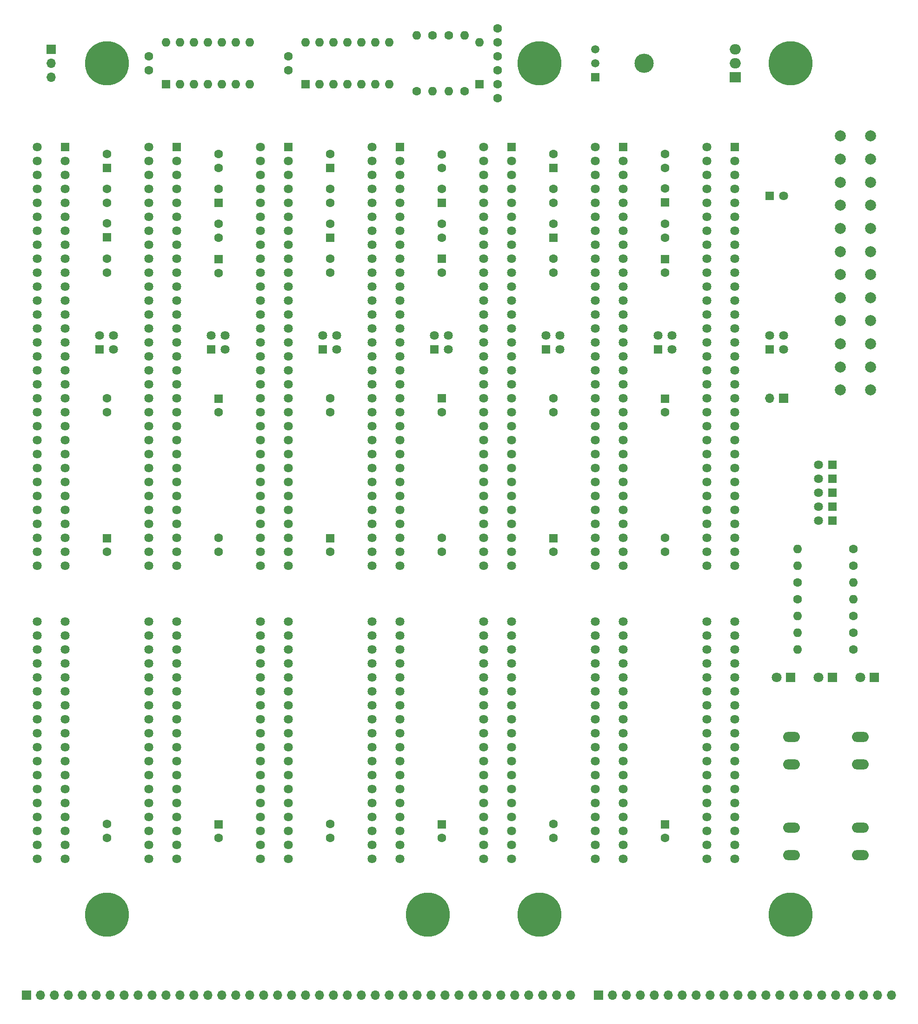
<source format=gbs>
G04 #@! TF.GenerationSoftware,KiCad,Pcbnew,7.0.7*
G04 #@! TF.CreationDate,2023-08-21T05:33:52-04:00*
G04 #@! TF.ProjectId,1 - ATX 16 bit ISA passive backplane,31202d20-4154-4582-9031-362062697420,2*
G04 #@! TF.SameCoordinates,Original*
G04 #@! TF.FileFunction,Soldermask,Bot*
G04 #@! TF.FilePolarity,Negative*
%FSLAX46Y46*%
G04 Gerber Fmt 4.6, Leading zero omitted, Abs format (unit mm)*
G04 Created by KiCad (PCBNEW 7.0.7) date 2023-08-21 05:33:52*
%MOMM*%
%LPD*%
G01*
G04 APERTURE LIST*
%ADD10R,1.635000X1.635000*%
%ADD11C,1.635000*%
%ADD12C,0.900000*%
%ADD13C,8.000000*%
%ADD14C,1.600000*%
%ADD15O,1.600000X1.600000*%
%ADD16R,1.700000X1.700000*%
%ADD17O,1.700000X1.700000*%
%ADD18R,1.600000X1.600000*%
%ADD19O,3.048000X1.850000*%
%ADD20R,1.500000X1.500000*%
%ADD21C,1.500000*%
%ADD22R,1.800000X1.800000*%
%ADD23C,1.800000*%
%ADD24C,0.001000*%
%ADD25C,2.000000*%
%ADD26O,3.500000X3.500000*%
%ADD27R,2.000000X1.905000*%
%ADD28O,2.000000X1.905000*%
G04 APERTURE END LIST*
D10*
X75553400Y-77475000D03*
D11*
X75553400Y-74935000D03*
X78093400Y-77475000D03*
X78093400Y-74935000D03*
D10*
X55233400Y-77475000D03*
D11*
X55233400Y-74935000D03*
X57773400Y-77475000D03*
X57773400Y-74935000D03*
D12*
X91383400Y-180340000D03*
X92327981Y-178059581D03*
X92327981Y-182620419D03*
X94608400Y-177115000D03*
D13*
X94608400Y-180340000D03*
D12*
X94608400Y-183565000D03*
X96888819Y-178059581D03*
X96888819Y-182620419D03*
X97833400Y-180340000D03*
D14*
X172085000Y-125984000D03*
D15*
X161925000Y-125984000D03*
D10*
X168275000Y-103505000D03*
D11*
X165735000Y-103505000D03*
D14*
X36195000Y-48260000D03*
X36195000Y-50760000D03*
D16*
X21583400Y-194945000D03*
D17*
X24123400Y-194945000D03*
X26663400Y-194945000D03*
X29203400Y-194945000D03*
X31743400Y-194945000D03*
X34283400Y-194945000D03*
X36823400Y-194945000D03*
X39363400Y-194945000D03*
X41903400Y-194945000D03*
X44443400Y-194945000D03*
X46983400Y-194945000D03*
X49523400Y-194945000D03*
X52063400Y-194945000D03*
X54603400Y-194945000D03*
X57143400Y-194945000D03*
X59683400Y-194945000D03*
X62223400Y-194945000D03*
X64763400Y-194945000D03*
X67303400Y-194945000D03*
X69843400Y-194945000D03*
X72383400Y-194945000D03*
X74923400Y-194945000D03*
X77463400Y-194945000D03*
X80003400Y-194945000D03*
X82543400Y-194945000D03*
X85083400Y-194945000D03*
X87623400Y-194945000D03*
X90163400Y-194945000D03*
X92703400Y-194945000D03*
X95243400Y-194945000D03*
X97783400Y-194945000D03*
X100323400Y-194945000D03*
X102863400Y-194945000D03*
X105403400Y-194945000D03*
X107943400Y-194945000D03*
X110483400Y-194945000D03*
X113023400Y-194945000D03*
X115563400Y-194945000D03*
X118103400Y-194945000D03*
X120643400Y-194945000D03*
D18*
X97155000Y-60960000D03*
D14*
X97155000Y-63460000D03*
X56515000Y-111780000D03*
X56515000Y-114280000D03*
D10*
X95873400Y-77475000D03*
D11*
X95873400Y-74935000D03*
X98413400Y-77475000D03*
X98413400Y-74935000D03*
D10*
X34913400Y-77475000D03*
D11*
X34913400Y-74935000D03*
X37453400Y-77475000D03*
X37453400Y-74935000D03*
D14*
X172085000Y-116840000D03*
D15*
X161925000Y-116840000D03*
D12*
X111703400Y-25400000D03*
X112647981Y-23119581D03*
X112647981Y-27680419D03*
X114928400Y-22175000D03*
D13*
X114928400Y-25400000D03*
D12*
X114928400Y-28625000D03*
X117208819Y-23119581D03*
X117208819Y-27680419D03*
X118153400Y-25400000D03*
D10*
X168275000Y-98425000D03*
D11*
X165735000Y-98425000D03*
D19*
X160855000Y-164465000D03*
X173355000Y-164465000D03*
X160855000Y-169465000D03*
X173355000Y-169465000D03*
D16*
X125723400Y-194945000D03*
D17*
X128263400Y-194945000D03*
X130803400Y-194945000D03*
X133343400Y-194945000D03*
X135883400Y-194945000D03*
X138423400Y-194945000D03*
X140963400Y-194945000D03*
X143503400Y-194945000D03*
X146043400Y-194945000D03*
X148583400Y-194945000D03*
X151123400Y-194945000D03*
X153663400Y-194945000D03*
X156203400Y-194945000D03*
X158743400Y-194945000D03*
X161283400Y-194945000D03*
X163823400Y-194945000D03*
X166363400Y-194945000D03*
X168903400Y-194945000D03*
X171443400Y-194945000D03*
X173983400Y-194945000D03*
X176523400Y-194945000D03*
X179063400Y-194945000D03*
D14*
X172085000Y-113792000D03*
D15*
X161925000Y-113792000D03*
D18*
X36195000Y-44410000D03*
D14*
X36195000Y-41910000D03*
D18*
X56515000Y-163870000D03*
D14*
X56515000Y-166370000D03*
D20*
X125095000Y-27940000D03*
D21*
X125095000Y-25400000D03*
X125095000Y-22860000D03*
D16*
X159390000Y-86360000D03*
D17*
X156850000Y-86360000D03*
D18*
X76835000Y-44410000D03*
D14*
X76835000Y-41910000D03*
X92583000Y-30480000D03*
D15*
X92583000Y-20320000D03*
D14*
X36195000Y-163850000D03*
X36195000Y-166350000D03*
X107315000Y-26650000D03*
X107315000Y-24150000D03*
D18*
X56515000Y-61047600D03*
D14*
X56515000Y-63547600D03*
D12*
X157423400Y-180340000D03*
X158367981Y-178059581D03*
X158367981Y-182620419D03*
X160648400Y-177115000D03*
D13*
X160648400Y-180340000D03*
D12*
X160648400Y-183565000D03*
X162928819Y-178059581D03*
X162928819Y-182620419D03*
X163873400Y-180340000D03*
D22*
X175895000Y-137160000D03*
D23*
X173355000Y-137160000D03*
D14*
X117475000Y-163830000D03*
X117475000Y-166330000D03*
D18*
X117475000Y-111800000D03*
D14*
X117475000Y-114300000D03*
D18*
X36195000Y-111800000D03*
D14*
X36195000Y-114300000D03*
D18*
X104013000Y-29210000D03*
D15*
X104013000Y-21590000D03*
D14*
X56515000Y-54630000D03*
X56515000Y-57130000D03*
D10*
X89535000Y-40640000D03*
D11*
X89535000Y-43180000D03*
X89535000Y-45720000D03*
X89535000Y-48260000D03*
X89535000Y-50800000D03*
X89535000Y-53340000D03*
X89535000Y-55880000D03*
X89535000Y-58420000D03*
X89535000Y-60960000D03*
X89535000Y-63500000D03*
X89535000Y-66040000D03*
X89535000Y-68580000D03*
X89535000Y-71120000D03*
X89535000Y-73660000D03*
X89535000Y-76200000D03*
X89535000Y-78740000D03*
X89535000Y-81280000D03*
X89535000Y-83820000D03*
X89535000Y-86360000D03*
X89535000Y-88900000D03*
X89535000Y-91440000D03*
X89535000Y-93980000D03*
X89535000Y-96520000D03*
X89535000Y-99060000D03*
X89535000Y-101600000D03*
X89535000Y-104140000D03*
X89535000Y-106680000D03*
X89535000Y-109220000D03*
X89535000Y-111760000D03*
X89535000Y-114300000D03*
X89535000Y-116840000D03*
X84455000Y-40640000D03*
X84455000Y-43180000D03*
X84455000Y-45720000D03*
X84455000Y-48260000D03*
X84455000Y-50800000D03*
X84455000Y-53340000D03*
X84455000Y-55880000D03*
X84455000Y-58420000D03*
X84455000Y-60960000D03*
X84455000Y-63500000D03*
X84455000Y-66040000D03*
X84455000Y-68580000D03*
X84455000Y-71120000D03*
X84455000Y-73660000D03*
X84455000Y-76200000D03*
X84455000Y-78740000D03*
X84455000Y-81280000D03*
X84455000Y-83820000D03*
X84455000Y-86360000D03*
X84455000Y-88900000D03*
X84455000Y-91440000D03*
X84455000Y-93980000D03*
X84455000Y-96520000D03*
X84455000Y-99060000D03*
X84455000Y-101600000D03*
X84455000Y-104140000D03*
X84455000Y-106680000D03*
X84455000Y-109220000D03*
X84455000Y-111760000D03*
X84455000Y-114300000D03*
X84455000Y-116840000D03*
X89535000Y-127000000D03*
X89535000Y-129540000D03*
X89535000Y-132080000D03*
X89535000Y-134620000D03*
X89535000Y-137160000D03*
X89535000Y-139700000D03*
X89535000Y-142240000D03*
X89535000Y-144780000D03*
X89535000Y-147320000D03*
X89535000Y-149860000D03*
X89535000Y-152400000D03*
X89535000Y-154940000D03*
X89535000Y-157480000D03*
X89535000Y-160020000D03*
X89535000Y-162560000D03*
X89535000Y-165100000D03*
X89535000Y-167640000D03*
X89535000Y-170180000D03*
X84455000Y-127000000D03*
X84455000Y-129540000D03*
X84455000Y-132080000D03*
X84455000Y-134620000D03*
X84455000Y-137160000D03*
X84455000Y-139700000D03*
X84455000Y-142240000D03*
X84455000Y-144780000D03*
X84455000Y-147320000D03*
X84455000Y-149860000D03*
X84455000Y-152400000D03*
X84455000Y-154940000D03*
X84455000Y-157480000D03*
X84455000Y-160020000D03*
X84455000Y-162560000D03*
X84455000Y-165100000D03*
X84455000Y-167640000D03*
X84455000Y-170180000D03*
D14*
X36195000Y-86360000D03*
X36195000Y-88860000D03*
D18*
X137795000Y-50712400D03*
D14*
X137795000Y-48212400D03*
D18*
X97155000Y-50760000D03*
D14*
X97155000Y-48260000D03*
X76835000Y-163850000D03*
X76835000Y-166350000D03*
D18*
X56515000Y-50760000D03*
D14*
X56515000Y-48260000D03*
X161925000Y-119888000D03*
D15*
X172085000Y-119888000D03*
D14*
X56515000Y-44410000D03*
X56515000Y-41910000D03*
D12*
X111703400Y-180340000D03*
X112647981Y-178059581D03*
X112647981Y-182620419D03*
X114928400Y-177115000D03*
D13*
X114928400Y-180340000D03*
D12*
X114928400Y-183565000D03*
X117208819Y-178059581D03*
X117208819Y-182620419D03*
X118153400Y-180340000D03*
X157423400Y-25400000D03*
X158367981Y-23119581D03*
X158367981Y-27680419D03*
X160648400Y-22175000D03*
D13*
X160648400Y-25400000D03*
D12*
X160648400Y-28625000D03*
X162928819Y-23119581D03*
X162928819Y-27680419D03*
X163873400Y-25400000D03*
D10*
X156838400Y-77470000D03*
D11*
X156838400Y-74930000D03*
X159378400Y-77470000D03*
X159378400Y-74930000D03*
D18*
X137795000Y-61000000D03*
D14*
X137795000Y-63500000D03*
X69215000Y-24150000D03*
X69215000Y-26650000D03*
D15*
X101346000Y-20320000D03*
D14*
X101346000Y-30480000D03*
D22*
X168280000Y-137160000D03*
D23*
X165740000Y-137160000D03*
D10*
X116193400Y-77475000D03*
D11*
X116193400Y-74935000D03*
X118733400Y-77475000D03*
X118733400Y-74935000D03*
D14*
X107315000Y-31730000D03*
X107315000Y-29230000D03*
D22*
X160655000Y-137160000D03*
D23*
X158115000Y-137160000D03*
D10*
X150495000Y-40640000D03*
D11*
X150495000Y-43180000D03*
X150495000Y-45720000D03*
X150495000Y-48260000D03*
X150495000Y-50800000D03*
X150495000Y-53340000D03*
X150495000Y-55880000D03*
X150495000Y-58420000D03*
X150495000Y-60960000D03*
X150495000Y-63500000D03*
X150495000Y-66040000D03*
X150495000Y-68580000D03*
X150495000Y-71120000D03*
X150495000Y-73660000D03*
X150495000Y-76200000D03*
X150495000Y-78740000D03*
X150495000Y-81280000D03*
X150495000Y-83820000D03*
X150495000Y-86360000D03*
X150495000Y-88900000D03*
X150495000Y-91440000D03*
X150495000Y-93980000D03*
X150495000Y-96520000D03*
X150495000Y-99060000D03*
X150495000Y-101600000D03*
X150495000Y-104140000D03*
X150495000Y-106680000D03*
X150495000Y-109220000D03*
X150495000Y-111760000D03*
X150495000Y-114300000D03*
X150495000Y-116840000D03*
X145415000Y-40640000D03*
X145415000Y-43180000D03*
X145415000Y-45720000D03*
X145415000Y-48260000D03*
X145415000Y-50800000D03*
X145415000Y-53340000D03*
X145415000Y-55880000D03*
X145415000Y-58420000D03*
X145415000Y-60960000D03*
X145415000Y-63500000D03*
X145415000Y-66040000D03*
X145415000Y-68580000D03*
X145415000Y-71120000D03*
X145415000Y-73660000D03*
X145415000Y-76200000D03*
X145415000Y-78740000D03*
X145415000Y-81280000D03*
X145415000Y-83820000D03*
X145415000Y-86360000D03*
X145415000Y-88900000D03*
X145415000Y-91440000D03*
X145415000Y-93980000D03*
X145415000Y-96520000D03*
X145415000Y-99060000D03*
X145415000Y-101600000D03*
X145415000Y-104140000D03*
X145415000Y-106680000D03*
X145415000Y-109220000D03*
X145415000Y-111760000D03*
X145415000Y-114300000D03*
X145415000Y-116840000D03*
X150495000Y-127000000D03*
X150495000Y-129540000D03*
X150495000Y-132080000D03*
X150495000Y-134620000D03*
X150495000Y-137160000D03*
X150495000Y-139700000D03*
X150495000Y-142240000D03*
X150495000Y-144780000D03*
X150495000Y-147320000D03*
X150495000Y-149860000D03*
X150495000Y-152400000D03*
X150495000Y-154940000D03*
X150495000Y-157480000D03*
X150495000Y-160020000D03*
X150495000Y-162560000D03*
X150495000Y-165100000D03*
X150495000Y-167640000D03*
X150495000Y-170180000D03*
X145415000Y-127000000D03*
X145415000Y-129540000D03*
X145415000Y-132080000D03*
X145415000Y-134620000D03*
X145415000Y-137160000D03*
X145415000Y-139700000D03*
X145415000Y-142240000D03*
X145415000Y-144780000D03*
X145415000Y-147320000D03*
X145415000Y-149860000D03*
X145415000Y-152400000D03*
X145415000Y-154940000D03*
X145415000Y-157480000D03*
X145415000Y-160020000D03*
X145415000Y-162560000D03*
X145415000Y-165100000D03*
X145415000Y-167640000D03*
X145415000Y-170180000D03*
D10*
X136518400Y-77470000D03*
D11*
X136518400Y-74930000D03*
X139058400Y-77470000D03*
X139058400Y-74930000D03*
D10*
X48895000Y-40640000D03*
D11*
X48895000Y-43180000D03*
X48895000Y-45720000D03*
X48895000Y-48260000D03*
X48895000Y-50800000D03*
X48895000Y-53340000D03*
X48895000Y-55880000D03*
X48895000Y-58420000D03*
X48895000Y-60960000D03*
X48895000Y-63500000D03*
X48895000Y-66040000D03*
X48895000Y-68580000D03*
X48895000Y-71120000D03*
X48895000Y-73660000D03*
X48895000Y-76200000D03*
X48895000Y-78740000D03*
X48895000Y-81280000D03*
X48895000Y-83820000D03*
X48895000Y-86360000D03*
X48895000Y-88900000D03*
X48895000Y-91440000D03*
X48895000Y-93980000D03*
X48895000Y-96520000D03*
X48895000Y-99060000D03*
X48895000Y-101600000D03*
X48895000Y-104140000D03*
X48895000Y-106680000D03*
X48895000Y-109220000D03*
X48895000Y-111760000D03*
X48895000Y-114300000D03*
X48895000Y-116840000D03*
X43815000Y-40640000D03*
X43815000Y-43180000D03*
X43815000Y-45720000D03*
X43815000Y-48260000D03*
X43815000Y-50800000D03*
X43815000Y-53340000D03*
X43815000Y-55880000D03*
X43815000Y-58420000D03*
X43815000Y-60960000D03*
X43815000Y-63500000D03*
X43815000Y-66040000D03*
X43815000Y-68580000D03*
X43815000Y-71120000D03*
X43815000Y-73660000D03*
X43815000Y-76200000D03*
X43815000Y-78740000D03*
X43815000Y-81280000D03*
X43815000Y-83820000D03*
X43815000Y-86360000D03*
X43815000Y-88900000D03*
X43815000Y-91440000D03*
X43815000Y-93980000D03*
X43815000Y-96520000D03*
X43815000Y-99060000D03*
X43815000Y-101600000D03*
X43815000Y-104140000D03*
X43815000Y-106680000D03*
X43815000Y-109220000D03*
X43815000Y-111760000D03*
X43815000Y-114300000D03*
X43815000Y-116840000D03*
X48895000Y-127000000D03*
X48895000Y-129540000D03*
X48895000Y-132080000D03*
X48895000Y-134620000D03*
X48895000Y-137160000D03*
X48895000Y-139700000D03*
X48895000Y-142240000D03*
X48895000Y-144780000D03*
X48895000Y-147320000D03*
X48895000Y-149860000D03*
X48895000Y-152400000D03*
X48895000Y-154940000D03*
X48895000Y-157480000D03*
X48895000Y-160020000D03*
X48895000Y-162560000D03*
X48895000Y-165100000D03*
X48895000Y-167640000D03*
X48895000Y-170180000D03*
X43815000Y-127000000D03*
X43815000Y-129540000D03*
X43815000Y-132080000D03*
X43815000Y-134620000D03*
X43815000Y-137160000D03*
X43815000Y-139700000D03*
X43815000Y-142240000D03*
X43815000Y-144780000D03*
X43815000Y-147320000D03*
X43815000Y-149860000D03*
X43815000Y-152400000D03*
X43815000Y-154940000D03*
X43815000Y-157480000D03*
X43815000Y-160020000D03*
X43815000Y-162560000D03*
X43815000Y-165100000D03*
X43815000Y-167640000D03*
X43815000Y-170180000D03*
D14*
X172085000Y-132080000D03*
D15*
X161925000Y-132080000D03*
D18*
X76835000Y-57110000D03*
D14*
X76835000Y-54610000D03*
D10*
X130168400Y-40640000D03*
D11*
X130168400Y-43180000D03*
X130168400Y-45720000D03*
X130168400Y-48260000D03*
X130168400Y-50800000D03*
X130168400Y-53340000D03*
X130168400Y-55880000D03*
X130168400Y-58420000D03*
X130168400Y-60960000D03*
X130168400Y-63500000D03*
X130168400Y-66040000D03*
X130168400Y-68580000D03*
X130168400Y-71120000D03*
X130168400Y-73660000D03*
X130168400Y-76200000D03*
X130168400Y-78740000D03*
X130168400Y-81280000D03*
X130168400Y-83820000D03*
X130168400Y-86360000D03*
X130168400Y-88900000D03*
X130168400Y-91440000D03*
X130168400Y-93980000D03*
X130168400Y-96520000D03*
X130168400Y-99060000D03*
X130168400Y-101600000D03*
X130168400Y-104140000D03*
X130168400Y-106680000D03*
X130168400Y-109220000D03*
X130168400Y-111760000D03*
X130168400Y-114300000D03*
X130168400Y-116840000D03*
X125088400Y-40640000D03*
X125088400Y-43180000D03*
X125088400Y-45720000D03*
X125088400Y-48260000D03*
X125088400Y-50800000D03*
X125088400Y-53340000D03*
X125088400Y-55880000D03*
X125088400Y-58420000D03*
X125088400Y-60960000D03*
X125088400Y-63500000D03*
X125088400Y-66040000D03*
X125088400Y-68580000D03*
X125088400Y-71120000D03*
X125088400Y-73660000D03*
X125088400Y-76200000D03*
X125088400Y-78740000D03*
X125088400Y-81280000D03*
X125088400Y-83820000D03*
X125088400Y-86360000D03*
X125088400Y-88900000D03*
X125088400Y-91440000D03*
X125088400Y-93980000D03*
X125088400Y-96520000D03*
X125088400Y-99060000D03*
X125088400Y-101600000D03*
X125088400Y-104140000D03*
X125088400Y-106680000D03*
X125088400Y-109220000D03*
X125088400Y-111760000D03*
X125088400Y-114300000D03*
X125088400Y-116840000D03*
X130168400Y-127000000D03*
X130168400Y-129540000D03*
X130168400Y-132080000D03*
X130168400Y-134620000D03*
X130168400Y-137160000D03*
X130168400Y-139700000D03*
X130168400Y-142240000D03*
X130168400Y-144780000D03*
X130168400Y-147320000D03*
X130168400Y-149860000D03*
X130168400Y-152400000D03*
X130168400Y-154940000D03*
X130168400Y-157480000D03*
X130168400Y-160020000D03*
X130168400Y-162560000D03*
X130168400Y-165100000D03*
X130168400Y-167640000D03*
X130168400Y-170180000D03*
X125088400Y-127000000D03*
X125088400Y-129540000D03*
X125088400Y-132080000D03*
X125088400Y-134620000D03*
X125088400Y-137160000D03*
X125088400Y-139700000D03*
X125088400Y-142240000D03*
X125088400Y-144780000D03*
X125088400Y-147320000D03*
X125088400Y-149860000D03*
X125088400Y-152400000D03*
X125088400Y-154940000D03*
X125088400Y-157480000D03*
X125088400Y-160020000D03*
X125088400Y-162560000D03*
X125088400Y-165100000D03*
X125088400Y-167640000D03*
X125088400Y-170180000D03*
D10*
X28575000Y-40640000D03*
D11*
X28575000Y-43180000D03*
X28575000Y-45720000D03*
X28575000Y-48260000D03*
X28575000Y-50800000D03*
X28575000Y-53340000D03*
X28575000Y-55880000D03*
X28575000Y-58420000D03*
X28575000Y-60960000D03*
X28575000Y-63500000D03*
X28575000Y-66040000D03*
X28575000Y-68580000D03*
X28575000Y-71120000D03*
X28575000Y-73660000D03*
X28575000Y-76200000D03*
X28575000Y-78740000D03*
X28575000Y-81280000D03*
X28575000Y-83820000D03*
X28575000Y-86360000D03*
X28575000Y-88900000D03*
X28575000Y-91440000D03*
X28575000Y-93980000D03*
X28575000Y-96520000D03*
X28575000Y-99060000D03*
X28575000Y-101600000D03*
X28575000Y-104140000D03*
X28575000Y-106680000D03*
X28575000Y-109220000D03*
X28575000Y-111760000D03*
X28575000Y-114300000D03*
X28575000Y-116840000D03*
X23495000Y-40640000D03*
X23495000Y-43180000D03*
X23495000Y-45720000D03*
X23495000Y-48260000D03*
X23495000Y-50800000D03*
X23495000Y-53340000D03*
X23495000Y-55880000D03*
X23495000Y-58420000D03*
X23495000Y-60960000D03*
X23495000Y-63500000D03*
X23495000Y-66040000D03*
X23495000Y-68580000D03*
X23495000Y-71120000D03*
X23495000Y-73660000D03*
X23495000Y-76200000D03*
X23495000Y-78740000D03*
X23495000Y-81280000D03*
X23495000Y-83820000D03*
X23495000Y-86360000D03*
X23495000Y-88900000D03*
X23495000Y-91440000D03*
X23495000Y-93980000D03*
X23495000Y-96520000D03*
X23495000Y-99060000D03*
X23495000Y-101600000D03*
X23495000Y-104140000D03*
X23495000Y-106680000D03*
X23495000Y-109220000D03*
X23495000Y-111760000D03*
X23495000Y-114300000D03*
X23495000Y-116840000D03*
X28575000Y-127000000D03*
X28575000Y-129540000D03*
X28575000Y-132080000D03*
X28575000Y-134620000D03*
X28575000Y-137160000D03*
X28575000Y-139700000D03*
X28575000Y-142240000D03*
X28575000Y-144780000D03*
X28575000Y-147320000D03*
X28575000Y-149860000D03*
X28575000Y-152400000D03*
X28575000Y-154940000D03*
X28575000Y-157480000D03*
X28575000Y-160020000D03*
X28575000Y-162560000D03*
X28575000Y-165100000D03*
X28575000Y-167640000D03*
X28575000Y-170180000D03*
X23495000Y-127000000D03*
X23495000Y-129540000D03*
X23495000Y-132080000D03*
X23495000Y-134620000D03*
X23495000Y-137160000D03*
X23495000Y-139700000D03*
X23495000Y-142240000D03*
X23495000Y-144780000D03*
X23495000Y-147320000D03*
X23495000Y-149860000D03*
X23495000Y-152400000D03*
X23495000Y-154940000D03*
X23495000Y-157480000D03*
X23495000Y-160020000D03*
X23495000Y-162560000D03*
X23495000Y-165100000D03*
X23495000Y-167640000D03*
X23495000Y-170180000D03*
D18*
X117475000Y-57110000D03*
D14*
X117475000Y-54610000D03*
X76835000Y-86380000D03*
X76835000Y-88880000D03*
X137795000Y-54630000D03*
X137795000Y-57130000D03*
D10*
X168275000Y-108585000D03*
D11*
X165735000Y-108585000D03*
D12*
X32963400Y-180340000D03*
X33907981Y-178059581D03*
X33907981Y-182620419D03*
X36188400Y-177115000D03*
D13*
X36188400Y-180340000D03*
D12*
X36188400Y-183565000D03*
X38468819Y-178059581D03*
X38468819Y-182620419D03*
X39413400Y-180340000D03*
D14*
X97155000Y-54630000D03*
X97155000Y-57130000D03*
X117475000Y-86380000D03*
X117475000Y-88880000D03*
X117475000Y-48280000D03*
X117475000Y-50780000D03*
X76835000Y-60980000D03*
X76835000Y-63480000D03*
D10*
X168275000Y-106045000D03*
D11*
X165735000Y-106045000D03*
D14*
X172085000Y-129032000D03*
D15*
X161925000Y-129032000D03*
D14*
X117475000Y-60980000D03*
X117475000Y-63480000D03*
D19*
X160855000Y-147955000D03*
X173355000Y-147955000D03*
X160855000Y-152955000D03*
X173355000Y-152955000D03*
D12*
X32963400Y-25400000D03*
X33907981Y-23119581D03*
X33907981Y-27680419D03*
X36188400Y-22175000D03*
D13*
X36188400Y-25400000D03*
D12*
X36188400Y-28625000D03*
X38468819Y-23119581D03*
X38468819Y-27680419D03*
X39413400Y-25400000D03*
D16*
X26035000Y-22860000D03*
D17*
X26035000Y-25400000D03*
X26035000Y-27940000D03*
D14*
X137795000Y-44430000D03*
X137795000Y-41930000D03*
X95504000Y-20320000D03*
D15*
X95504000Y-30480000D03*
D18*
X97155000Y-86360000D03*
D14*
X97155000Y-88860000D03*
D18*
X72390000Y-29200000D03*
D15*
X74930000Y-29200000D03*
X77470000Y-29200000D03*
X80010000Y-29200000D03*
X82550000Y-29200000D03*
X85090000Y-29200000D03*
X87630000Y-29200000D03*
X87630000Y-21580000D03*
X85090000Y-21580000D03*
X82550000Y-21580000D03*
X80010000Y-21580000D03*
X77470000Y-21580000D03*
X74930000Y-21580000D03*
X72390000Y-21580000D03*
D10*
X168275000Y-100965000D03*
D11*
X165735000Y-100965000D03*
D18*
X97155000Y-163870000D03*
D14*
X97155000Y-166370000D03*
D24*
X174800000Y-89545000D03*
D25*
X169760000Y-84845000D03*
X169760000Y-80645000D03*
X169760000Y-76445000D03*
X169760000Y-72245000D03*
X169760000Y-68045000D03*
X169760000Y-63845000D03*
X169760000Y-59645000D03*
X169760000Y-55445000D03*
X169760000Y-51245000D03*
X169760000Y-47045000D03*
X169760000Y-42845000D03*
X169760000Y-38645000D03*
X175260000Y-84845000D03*
X175260000Y-80645000D03*
X175260000Y-76445000D03*
X175260000Y-72245000D03*
X175260000Y-68045000D03*
X175260000Y-63845000D03*
X175260000Y-59645000D03*
X175260000Y-55445000D03*
X175260000Y-51245000D03*
X175260000Y-47045000D03*
X175260000Y-42845000D03*
X175260000Y-38645000D03*
D18*
X76835000Y-111800000D03*
D14*
X76835000Y-114300000D03*
X98425000Y-20320000D03*
D15*
X98425000Y-30480000D03*
D18*
X46985000Y-29200000D03*
D15*
X49525000Y-29200000D03*
X52065000Y-29200000D03*
X54605000Y-29200000D03*
X57145000Y-29200000D03*
X59685000Y-29200000D03*
X62225000Y-29200000D03*
X62225000Y-21580000D03*
X59685000Y-21580000D03*
X57145000Y-21580000D03*
X54605000Y-21580000D03*
X52065000Y-21580000D03*
X49525000Y-21580000D03*
X46985000Y-21580000D03*
D18*
X36195000Y-57062400D03*
D14*
X36195000Y-54562400D03*
D10*
X69215000Y-40640000D03*
D11*
X69215000Y-43180000D03*
X69215000Y-45720000D03*
X69215000Y-48260000D03*
X69215000Y-50800000D03*
X69215000Y-53340000D03*
X69215000Y-55880000D03*
X69215000Y-58420000D03*
X69215000Y-60960000D03*
X69215000Y-63500000D03*
X69215000Y-66040000D03*
X69215000Y-68580000D03*
X69215000Y-71120000D03*
X69215000Y-73660000D03*
X69215000Y-76200000D03*
X69215000Y-78740000D03*
X69215000Y-81280000D03*
X69215000Y-83820000D03*
X69215000Y-86360000D03*
X69215000Y-88900000D03*
X69215000Y-91440000D03*
X69215000Y-93980000D03*
X69215000Y-96520000D03*
X69215000Y-99060000D03*
X69215000Y-101600000D03*
X69215000Y-104140000D03*
X69215000Y-106680000D03*
X69215000Y-109220000D03*
X69215000Y-111760000D03*
X69215000Y-114300000D03*
X69215000Y-116840000D03*
X64135000Y-40640000D03*
X64135000Y-43180000D03*
X64135000Y-45720000D03*
X64135000Y-48260000D03*
X64135000Y-50800000D03*
X64135000Y-53340000D03*
X64135000Y-55880000D03*
X64135000Y-58420000D03*
X64135000Y-60960000D03*
X64135000Y-63500000D03*
X64135000Y-66040000D03*
X64135000Y-68580000D03*
X64135000Y-71120000D03*
X64135000Y-73660000D03*
X64135000Y-76200000D03*
X64135000Y-78740000D03*
X64135000Y-81280000D03*
X64135000Y-83820000D03*
X64135000Y-86360000D03*
X64135000Y-88900000D03*
X64135000Y-91440000D03*
X64135000Y-93980000D03*
X64135000Y-96520000D03*
X64135000Y-99060000D03*
X64135000Y-101600000D03*
X64135000Y-104140000D03*
X64135000Y-106680000D03*
X64135000Y-109220000D03*
X64135000Y-111760000D03*
X64135000Y-114300000D03*
X64135000Y-116840000D03*
X69215000Y-127000000D03*
X69215000Y-129540000D03*
X69215000Y-132080000D03*
X69215000Y-134620000D03*
X69215000Y-137160000D03*
X69215000Y-139700000D03*
X69215000Y-142240000D03*
X69215000Y-144780000D03*
X69215000Y-147320000D03*
X69215000Y-149860000D03*
X69215000Y-152400000D03*
X69215000Y-154940000D03*
X69215000Y-157480000D03*
X69215000Y-160020000D03*
X69215000Y-162560000D03*
X69215000Y-165100000D03*
X69215000Y-167640000D03*
X69215000Y-170180000D03*
X64135000Y-127000000D03*
X64135000Y-129540000D03*
X64135000Y-132080000D03*
X64135000Y-134620000D03*
X64135000Y-137160000D03*
X64135000Y-139700000D03*
X64135000Y-142240000D03*
X64135000Y-144780000D03*
X64135000Y-147320000D03*
X64135000Y-149860000D03*
X64135000Y-152400000D03*
X64135000Y-154940000D03*
X64135000Y-157480000D03*
X64135000Y-160020000D03*
X64135000Y-162560000D03*
X64135000Y-165100000D03*
X64135000Y-167640000D03*
X64135000Y-170180000D03*
D14*
X137795000Y-111780000D03*
X137795000Y-114280000D03*
D26*
X133985000Y-25400000D03*
D27*
X150645000Y-27940000D03*
D28*
X150645000Y-25400000D03*
X150645000Y-22860000D03*
D14*
X97155000Y-111780000D03*
X97155000Y-114280000D03*
X97155000Y-44450000D03*
X97155000Y-41950000D03*
D10*
X109855000Y-40640000D03*
D11*
X109855000Y-43180000D03*
X109855000Y-45720000D03*
X109855000Y-48260000D03*
X109855000Y-50800000D03*
X109855000Y-53340000D03*
X109855000Y-55880000D03*
X109855000Y-58420000D03*
X109855000Y-60960000D03*
X109855000Y-63500000D03*
X109855000Y-66040000D03*
X109855000Y-68580000D03*
X109855000Y-71120000D03*
X109855000Y-73660000D03*
X109855000Y-76200000D03*
X109855000Y-78740000D03*
X109855000Y-81280000D03*
X109855000Y-83820000D03*
X109855000Y-86360000D03*
X109855000Y-88900000D03*
X109855000Y-91440000D03*
X109855000Y-93980000D03*
X109855000Y-96520000D03*
X109855000Y-99060000D03*
X109855000Y-101600000D03*
X109855000Y-104140000D03*
X109855000Y-106680000D03*
X109855000Y-109220000D03*
X109855000Y-111760000D03*
X109855000Y-114300000D03*
X109855000Y-116840000D03*
X104775000Y-40640000D03*
X104775000Y-43180000D03*
X104775000Y-45720000D03*
X104775000Y-48260000D03*
X104775000Y-50800000D03*
X104775000Y-53340000D03*
X104775000Y-55880000D03*
X104775000Y-58420000D03*
X104775000Y-60960000D03*
X104775000Y-63500000D03*
X104775000Y-66040000D03*
X104775000Y-68580000D03*
X104775000Y-71120000D03*
X104775000Y-73660000D03*
X104775000Y-76200000D03*
X104775000Y-78740000D03*
X104775000Y-81280000D03*
X104775000Y-83820000D03*
X104775000Y-86360000D03*
X104775000Y-88900000D03*
X104775000Y-91440000D03*
X104775000Y-93980000D03*
X104775000Y-96520000D03*
X104775000Y-99060000D03*
X104775000Y-101600000D03*
X104775000Y-104140000D03*
X104775000Y-106680000D03*
X104775000Y-109220000D03*
X104775000Y-111760000D03*
X104775000Y-114300000D03*
X104775000Y-116840000D03*
X109855000Y-127000000D03*
X109855000Y-129540000D03*
X109855000Y-132080000D03*
X109855000Y-134620000D03*
X109855000Y-137160000D03*
X109855000Y-139700000D03*
X109855000Y-142240000D03*
X109855000Y-144780000D03*
X109855000Y-147320000D03*
X109855000Y-149860000D03*
X109855000Y-152400000D03*
X109855000Y-154940000D03*
X109855000Y-157480000D03*
X109855000Y-160020000D03*
X109855000Y-162560000D03*
X109855000Y-165100000D03*
X109855000Y-167640000D03*
X109855000Y-170180000D03*
X104775000Y-127000000D03*
X104775000Y-129540000D03*
X104775000Y-132080000D03*
X104775000Y-134620000D03*
X104775000Y-137160000D03*
X104775000Y-139700000D03*
X104775000Y-142240000D03*
X104775000Y-144780000D03*
X104775000Y-147320000D03*
X104775000Y-149860000D03*
X104775000Y-152400000D03*
X104775000Y-154940000D03*
X104775000Y-157480000D03*
X104775000Y-160020000D03*
X104775000Y-162560000D03*
X104775000Y-165100000D03*
X104775000Y-167640000D03*
X104775000Y-170180000D03*
D14*
X76835000Y-48280000D03*
X76835000Y-50780000D03*
D18*
X137795000Y-86400000D03*
D14*
X137795000Y-88900000D03*
D10*
X156845000Y-49530000D03*
D11*
X159385000Y-49530000D03*
D18*
X117475000Y-44410000D03*
D14*
X117475000Y-41910000D03*
X36195000Y-60980000D03*
X36195000Y-63480000D03*
X161925000Y-122936000D03*
D15*
X172085000Y-122936000D03*
D18*
X137795000Y-163870000D03*
D14*
X137795000Y-166370000D03*
X43815000Y-24150000D03*
X43815000Y-26650000D03*
D18*
X56515000Y-86400000D03*
D14*
X56515000Y-88900000D03*
X107315000Y-21570000D03*
X107315000Y-19070000D03*
M02*

</source>
